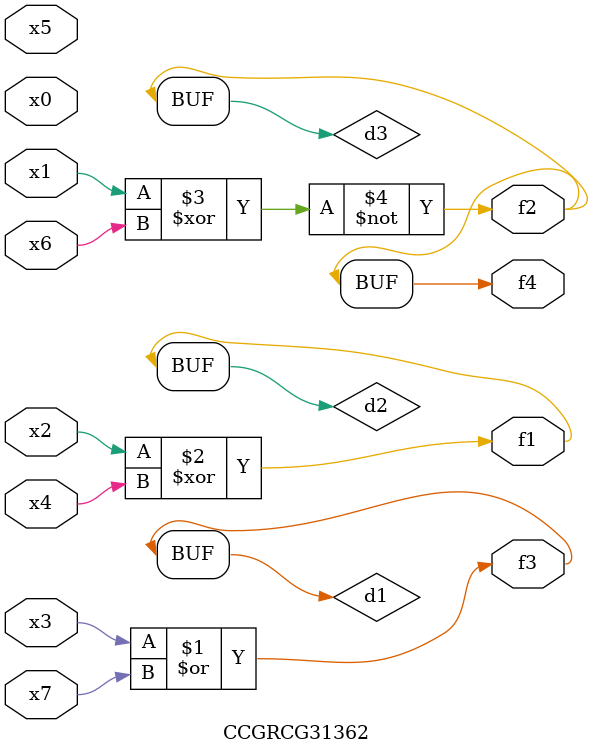
<source format=v>
module CCGRCG31362(
	input x0, x1, x2, x3, x4, x5, x6, x7,
	output f1, f2, f3, f4
);

	wire d1, d2, d3;

	or (d1, x3, x7);
	xor (d2, x2, x4);
	xnor (d3, x1, x6);
	assign f1 = d2;
	assign f2 = d3;
	assign f3 = d1;
	assign f4 = d3;
endmodule

</source>
